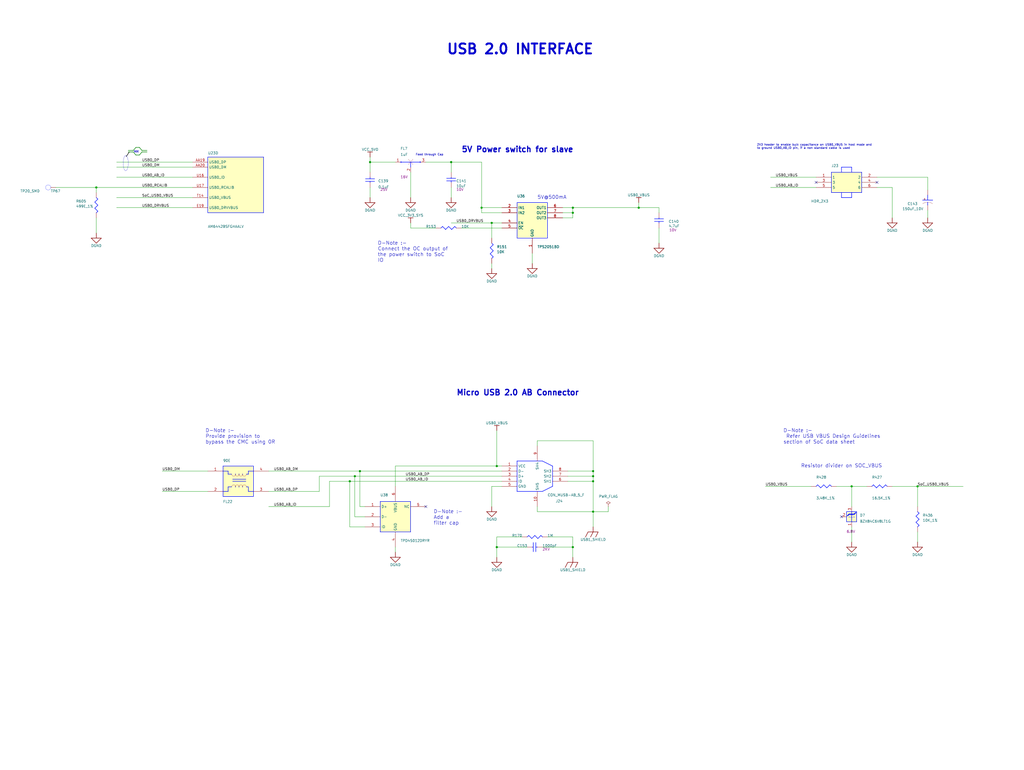
<source format=kicad_sch>
(kicad_sch (version 20231120) (generator "eeschema") (generator_version "8.0")
  (paper "User" 513.08 386.08)
  (junction (at 177.8 238.76))
  (junction (at 297.18 238.76))
  (junction (at 248.92 233.68))
  (junction (at 246.38 111.76))
  (junction (at 248.92 274.32))
  (junction (at 297.18 236.22))
  (junction (at 241.3 104.14))
  (junction (at 185.42 81.28))
  (junction (at 297.18 256.54))
  (junction (at 459.74 243.84))
  (junction (at 48.26 93.98))
  (junction (at 320.04 104.14))
  (junction (at 226.06 81.28))
  (junction (at 180.34 236.22))
  (junction (at 287.02 104.14))
  (junction (at 287.02 274.32))
  (junction (at 426.72 243.84))
  (junction (at 297.18 241.3))
  (junction (at 287.02 106.68))
  (junction (at 175.26 241.3))
  (no_connect (at 213.36 254))
  (no_connect (at 421.64 259.08))
  (no_connect (at 408.94 91.44))
  (no_connect (at 439.42 91.44))
  (wire (pts (xy 447.04 109.22) (xy 447.04 93.98)))
  (wire (pts (xy 160.02 246.38) (xy 134.62 246.38)))
  (wire (pts (xy 185.42 86.36) (xy 185.42 81.28)))
  (polyline (pts (xy 64.262 75.438) (xy 66.802 75.438)) (stroke (width 0.254) (type solid) (color 0 130 0 1)))
  (wire (pts (xy 287.02 104.14) (xy 281.94 104.14)))
  (polyline (pts (xy 66.802 75.438) (xy 68.072 73.914)) (stroke (width 0.254) (type solid) (color 0 130 0 1)))
  (wire (pts (xy 246.38 111.76) (xy 251.46 111.76)))
  (wire (pts (xy 241.3 106.68) (xy 251.46 106.68)))
  (wire (pts (xy 205.74 114.3) (xy 205.74 111.76)))
  (wire (pts (xy 246.38 243.84) (xy 251.46 243.84)))
  (wire (pts (xy 182.88 259.08) (xy 177.8 259.08)))
  (wire (pts (xy 248.92 274.32) (xy 248.92 279.4)))
  (polyline (pts (xy 71.12 76.2) (xy 69.85 77.724)) (stroke (width 0.254) (type solid) (color 0 130 0 1)))
  (wire (pts (xy 447.04 243.84) (xy 459.74 243.84)))
  (wire (pts (xy 297.18 264.16) (xy 297.18 256.54)))
  (wire (pts (xy 297.18 236.22) (xy 297.18 220.98)))
  (wire (pts (xy 96.52 104.14) (xy 58.42 104.14)))
  (wire (pts (xy 297.18 220.98) (xy 269.24 220.98)))
  (wire (pts (xy 464.82 109.22) (xy 464.82 105.41)))
  (wire (pts (xy 48.26 96.52) (xy 48.26 93.98)))
  (wire (pts (xy 459.74 254) (xy 459.74 243.84)))
  (wire (pts (xy 182.88 264.16) (xy 175.26 264.16)))
  (wire (pts (xy 320.04 104.14) (xy 287.02 104.14)))
  (wire (pts (xy 406.4 243.84) (xy 383.54 243.84)))
  (wire (pts (xy 304.8 256.54) (xy 297.18 256.54)))
  (wire (pts (xy 419.1 243.84) (xy 426.72 243.84)))
  (wire (pts (xy 246.38 254) (xy 246.38 243.84)))
  (wire (pts (xy 297.18 241.3) (xy 284.48 241.3)))
  (wire (pts (xy 226.06 99.06) (xy 226.06 93.98)))
  (wire (pts (xy 304.8 254) (xy 304.8 256.54)))
  (wire (pts (xy 426.72 271.78) (xy 426.72 264.16)))
  (polyline (pts (xy 68.072 77.724) (xy 69.85 77.724)) (stroke (width 0.254) (type solid) (color 0 130 0 1)))
  (wire (pts (xy 287.02 106.68) (xy 287.02 109.22)))
  (wire (pts (xy 297.18 238.76) (xy 284.48 238.76)))
  (wire (pts (xy 269.24 220.98) (xy 269.24 223.52)))
  (wire (pts (xy 287.02 104.14) (xy 287.02 106.68)))
  (wire (pts (xy 205.74 86.36) (xy 205.74 99.06)))
  (wire (pts (xy 185.42 99.06) (xy 185.42 93.98)))
  (wire (pts (xy 165.1 254) (xy 165.1 241.3)))
  (wire (pts (xy 269.24 256.54) (xy 269.24 254)))
  (wire (pts (xy 408.94 93.98) (xy 386.08 93.98)))
  (wire (pts (xy 330.2 121.92) (xy 330.2 114.3)))
  (wire (pts (xy 96.52 88.9) (xy 58.42 88.9)))
  (wire (pts (xy 226.06 86.36) (xy 226.06 81.28)))
  (wire (pts (xy 287.02 109.22) (xy 281.94 109.22)))
  (wire (pts (xy 182.88 254) (xy 180.34 254)))
  (wire (pts (xy 96.52 81.28) (xy 58.42 81.28)))
  (wire (pts (xy 330.2 106.68) (xy 330.2 104.14)))
  (wire (pts (xy 241.3 104.14) (xy 241.3 106.68)))
  (wire (pts (xy 297.18 238.76) (xy 297.18 236.22)))
  (wire (pts (xy 177.8 238.76) (xy 160.02 238.76)))
  (wire (pts (xy 213.36 81.28) (xy 226.06 81.28)))
  (wire (pts (xy 464.82 88.9) (xy 439.42 88.9)))
  (wire (pts (xy 27.94 93.98) (xy 48.26 93.98)))
  (wire (pts (xy 165.1 241.3) (xy 175.26 241.3)))
  (wire (pts (xy 320.04 104.14) (xy 320.04 101.6)))
  (wire (pts (xy 198.12 276.86) (xy 198.12 274.32)))
  (wire (pts (xy 134.62 236.22) (xy 180.34 236.22)))
  (wire (pts (xy 185.42 81.28) (xy 198.12 81.28)))
  (wire (pts (xy 297.18 256.54) (xy 297.18 241.3)))
  (wire (pts (xy 248.92 233.68) (xy 251.46 233.68)))
  (wire (pts (xy 426.72 243.84) (xy 434.34 243.84)))
  (wire (pts (xy 218.44 114.3) (xy 205.74 114.3)))
  (wire (pts (xy 251.46 238.76) (xy 177.8 238.76)))
  (wire (pts (xy 297.18 241.3) (xy 297.18 238.76)))
  (wire (pts (xy 261.62 269.24) (xy 248.92 269.24)))
  (wire (pts (xy 226.06 111.76) (xy 246.38 111.76)))
  (wire (pts (xy 287.02 269.24) (xy 274.32 269.24)))
  (wire (pts (xy 287.02 106.68) (xy 281.94 106.68)))
  (wire (pts (xy 287.02 279.4) (xy 287.02 274.32)))
  (wire (pts (xy 96.52 83.82) (xy 58.42 83.82)))
  (wire (pts (xy 180.34 236.22) (xy 251.46 236.22)))
  (wire (pts (xy 408.94 88.9) (xy 386.08 88.9)))
  (wire (pts (xy 48.26 109.22) (xy 48.26 116.84)))
  (wire (pts (xy 198.12 233.68) (xy 248.92 233.68)))
  (wire (pts (xy 459.74 243.84) (xy 482.6 243.84)))
  (wire (pts (xy 198.12 243.84) (xy 198.12 233.68)))
  (wire (pts (xy 175.26 241.3) (xy 251.46 241.3)))
  (polyline (pts (xy 68.072 73.914) (xy 69.85 73.914)) (stroke (width 0.254) (type solid) (color 0 130 0 1)))
  (wire (pts (xy 160.02 238.76) (xy 160.02 246.38)))
  (wire (pts (xy 447.04 93.98) (xy 439.42 93.98)))
  (wire (pts (xy 266.7 132.08) (xy 266.7 127)))
  (polyline (pts (xy 71.12 75.438) (xy 69.85 73.914)) (stroke (width 0.254) (type solid) (color 0 130 0 1)))
  (polyline (pts (xy 73.66 76.2) (xy 71.12 76.2)) (stroke (width 0.254) (type solid) (color 0 130 0 1)))
  (wire (pts (xy 226.06 81.28) (xy 241.3 81.28)))
  (polyline (pts (xy 73.66 75.438) (xy 71.12 75.438)) (stroke (width 0.254) (type solid) (color 0 130 0 1)))
  (wire (pts (xy 134.62 254) (xy 165.1 254)))
  (wire (pts (xy 246.38 119.38) (xy 246.38 111.76)))
  (wire (pts (xy 297.18 256.54) (xy 269.24 256.54)))
  (wire (pts (xy 180.34 254) (xy 180.34 236.22)))
  (wire (pts (xy 248.92 269.24) (xy 248.92 274.32)))
  (wire (pts (xy 48.26 93.98) (xy 96.52 93.98)))
  (wire (pts (xy 287.02 274.32) (xy 271.78 274.32)))
  (wire (pts (xy 264.16 274.32) (xy 248.92 274.32)))
  (polyline (pts (xy 64.262 76.2) (xy 66.802 76.2)) (stroke (width 0.254) (type solid) (color 0 130 0 1)))
  (wire (pts (xy 251.46 114.3) (xy 231.14 114.3)))
  (wire (pts (xy 287.02 274.32) (xy 287.02 269.24)))
  (wire (pts (xy 330.2 104.14) (xy 320.04 104.14)))
  (wire (pts (xy 177.8 259.08) (xy 177.8 238.76)))
  (wire (pts (xy 459.74 271.78) (xy 459.74 266.7)))
  (wire (pts (xy 241.3 81.28) (xy 241.3 104.14)))
  (wire (pts (xy 104.14 246.38) (xy 81.28 246.38)))
  (polyline (pts (xy 63.246 78.486) (xy 64.77 76.2)) (stroke (width 0.254) (type solid) (color 0 0 0 1)))
  (wire (pts (xy 248.92 233.68) (xy 248.92 215.9)))
  (wire (pts (xy 251.46 104.14) (xy 241.3 104.14)))
  (wire (pts (xy 426.72 254) (xy 426.72 243.84)))
  (wire (pts (xy 246.38 134.62) (xy 246.38 132.08)))
  (wire (pts (xy 464.82 95.25) (xy 464.82 88.9)))
  (polyline (pts (xy 66.802 76.2) (xy 68.072 77.724)) (stroke (width 0.254) (type solid) (color 0 130 0 1)))
  (wire (pts (xy 96.52 99.06) (xy 58.42 99.06)))
  (wire (pts (xy 175.26 264.16) (xy 175.26 241.3)))
  (wire (pts (xy 185.42 81.28) (xy 185.42 78.74)))
  (wire (pts (xy 104.14 236.22) (xy 81.28 236.22)))
  (wire (pts (xy 297.18 236.22) (xy 284.48 236.22)))
  (bezier (pts (xy 62.992 85.598) (xy 63.6934 85.598) (xy 64.262 83.8922) (xy 64.262 81.788)) (stroke (width 0.0254)))
  (bezier (pts (xy 62.992 77.978) (xy 62.2905 77.978) (xy 61.722 79.6837) (xy 61.722 81.788)) (stroke (width 0.0254)))
  (bezier (pts (xy 61.722 81.788) (xy 61.722 83.8922) (xy 62.2905 85.598) (xy 62.992 85.598)) (stroke (width 0.0254)))
  (bezier (pts (xy 64.262 81.788) (xy 64.262 79.6837) (xy 63.6934 77.978) (xy 62.992 77.978)) (stroke (width 0.0254)))
  (text_box "D-Note :-\nProvide provision to\nbypass the CMC using 0R" (at 149.352 224.028 0) (size -47.752 -10.668) (stroke (width -0.0001) (color 0 0 0 1)) (effects (font (size 1.778 1.778)) (justify left top)))
  (text_box "D-Note :-\n Refer USB VBUS Design Guidelines\nsection of SoC data sheet" (at 459.232 224.028 0) (size -68.072 -10.668) (stroke (width -0.0001) (color 0 0 0 1)) (effects (font (size 1.778 1.778)) (justify left top)))
  (text_box "2X3 header to enable bulk capacitance on USB0_VBUS in host mode and\nto ground USB0_AB_ID pin, if a non standard cable is used" (at 464.058 75.184 0) (size -85.598 -4.064) (stroke (width -0.0001) (color 0 0 0 1)) (effects (font (size 1.016 1.016)) (justify left top)))
  (text_box "D-Note :-\nConnect the OC output of\nthe power switch to SoC\nIO" (at 237.744 133.604 0) (size -49.784 -14.224) (stroke (width -0.0001) (color 0 0 0 1)) (effects (font (size 1.778 1.778)) (justify left top)))
  (text_box "D-Note :-\nAdd a\nfilter cap" (at 237.236 264.668 0) (size -21.336 -10.668) (stroke (width -0.0001) (color 0 0 0 1)) (effects (font (size 1.778 1.778)) (justify left top)))
  (text "5V Power switch for slave" (at 231.14 76.708 0) (effects (font (size 2.794 2.794) (bold yes)) (justify left bottom)))
  (text "Feed through Cap" (at 208.28 78.232 0) (effects (font (size 1.016 1.016)) (justify left bottom)))
  (text "USB 2.0 INTERFACE" (at 223.52 27.686 0) (effects (font (size 4.953 4.953) (bold yes)) (justify left bottom)))
  (text "Micro USB 2.0 AB Connector" (at 228.6 198.628 0) (effects (font (size 2.794 2.794) (bold yes)) (justify left bottom)))
  (text "5V@500mA" (at 269.24 100.076 0) (effects (font (size 1.778 1.778)) (justify left bottom)))
  (text "Resistor divider on SOC_VBUS" (at 401.32 234.696 0) (effects (font (size 1.778 1.778)) (justify left bottom)))
  (text "90E" (at 67.056 76.708 0) (effects (font (size 0.889 0.889)) (justify left bottom)))
  (label "USB0_DP" (at 71.12 81.28 0))
  (label "SoC_USB0_VBUS" (at 459.74 243.84 0))
  (label "USB0_AB_ID" (at 203.2 241.3 0))
  (label "USB0_RCALIB" (at 71.12 93.98 0))
  (label "SoC_USB0_VBUS" (at 71.12 99.06 0))
  (label "USB0_AB_ID" (at 137.16 254 0))
  (label "USB0_DRVBUS" (at 71.12 104.14 0))
  (label "USB0_DM" (at 71.12 83.82 0))
  (label "USB0_DRVBUS" (at 228.6 111.76 0))
  (label "USB0_DM" (at 81.28 236.22 0))
  (label "USB0_DP" (at 81.28 246.38 0))
  (label "USB0_VBUS" (at 383.54 243.84 0))
  (label "USB0_AB_DM" (at 137.16 236.22 0))
  (label "USB0_AB_DP" (at 137.16 246.38 0))
  (label "USB0_AB_ID" (at 71.12 88.9 0))
  (label "USB0_AB_ID" (at 388.62 93.98 0))
  (label "USB0_AB_DP" (at 203.2 238.76 0))
  (label "USB0_VBUS" (at 388.62 88.9 0))
  (symbol (lib_id "25-altium-import:VCC_3V3_SYS_BAR") (at 205.74 111.76 180) (unit 1)
    (property "Reference" "#PWR?" (effects (hide yes)))
    (property "Value" "VCC_3V3_SYS" (at 205.74 107.95 0))
  )
  (symbol (lib_id "25-altium-import:root_1_RESISTOR_Dup6") (at 220.98 116.84 0) (unit 1)
    (property "Reference" "R153" (at 213.36 114.3 0) (effects (justify left bottom)))
    (property "Value" "10K" (at 231.14 114.3 0) (effects (justify left bottom)))
    (property "Footprint" "RES0402_0-5" (effects (hide yes)))
    (property "Description" "RES 10K 1/16W 5% 0402" (effects (hide yes)))
    (property "MECHANICAL 3D STEP FILE" "RES0402_0-5" (effects (hide yes)))
    (property "CUSTOM_DUTY" "15%" (effects (hide yes)))
    (property "CUSTOMS_HS_CODE" "85332119" (effects (hide yes)))
    (property "CHKD/DATE" "VASANTHA/061216" (effects (hide yes)))
    (property "CRTD /DATE" "MAZHAR/230805" (effects (hide yes)))
    (property "DATASHEET" "Y~{:}MIS_DATABAS~{E}DATASHEET~{S}RESISTOR~{S}RCXXXXL-SER_MAR18.PDF" (effects (hide yes)))
    (property "TEMPERATURE" "-55癈+155癈" (effects (hide yes)))
    (property "WEIGHT" "0.65mg" (effects (hide yes)))
    (property "HEIGHT" "0.40MM" (effects (hide yes)))
    (property "DISTRIBUTOR_PART_NUMBER" "311-10KJRCT-ND" (effects (hide yes)))
    (property "DISTRIBUTOR_NAME" "DIGIKEY" (effects (hide yes)))
    (property "PACKAGE" "0402" (effects (hide yes)))
    (property "WATTAGE" "1/16W" (effects (hide yes)))
    (property "VOLTAGE" "NA" (effects (hide yes)))
    (property "TOLERANCE" "5%" (effects (hide yes)))
    (property "PART_TYPE" "RESISTOR~{S}FIXED" (effects (hide yes)))
    (property "MFR_PART_NUMBER" "RC0402JR-0710KL" (effects (hide yes)))
    (property "MFR_NAME" "YAGEO AMERICA" (effects (hide yes)))
    (property "PROJECT" "HSE" (effects (hide yes)))
    (property "MISTRAL PART NO" "110011060021-R" (effects (hide yes)))
    (property "LIBRARY REF" "RESISTOR" (effects (hide yes)))
    (property "FOOTPRINT REF" "RES0402_0-5" (effects (hide yes)))
    (property "LIBRARY PATH" "Y~{:}MIS_DATABAS~{E}Librar~{y}ALTIUM_TOO~{L}SCHEMATICS_PART~{S}MS_DISCRETE_Library.schlib" (effects (hide yes)))
    (property "FOOTPRINT PATH" "Y~{:}MIS_DATABAS~{E}Librar~{y}ALTIUM_TOO~{L}PCB_FOOTPRINT~{S}Altium_Footprint_Lib.PcbLib" (effects (hide yes)))
    (property "PCB FOOTPRINT" "RES0402_0-5" (effects (hide yes)))
  )
  (symbol (lib_id "25-altium-import:root_0_RESISTOR_Dup6") (at 45.72 99.06 0) (unit 1)
    (property "Reference" "R605" (at 38.1 101.6 0) (effects (justify left bottom)))
    (property "Value" "499E_1%" (at 38.1 104.14 0) (effects (justify left bottom)))
    (property "Footprint" "RES0402_0-5" (effects (hide yes)))
    (property "Description" "RES 499E 1/16W 1% 0402" (effects (hide yes)))
    (property "PCB FOOTPRINT" "RES0402_0-5" (effects (hide yes)))
    (property "FOOTPRINT PATH" "Y~{:}MIS_DATABAS~{E}Librar~{y}ALTIUM_TOO~{L}PCB_FOOTPRINT~{S}Altium_Footprint_Lib.PcbLib" (effects (hide yes)))
    (property "LIBRARY PATH" "Y~{:}MIS_DATABAS~{E}Librar~{y}ALTIUM_TOO~{L}SCHEMATICS_PART~{S}MS_DISCRETE_Library.schlib" (effects (hide yes)))
    (property "MECHANICAL 3D STEP FILE" "RES0402_0-5" (effects (hide yes)))
    (property "CUSTOM_DUTY" "15%" (effects (hide yes)))
    (property "CUSTOMS_HS_CODE" "85332119" (effects (hide yes)))
    (property "CHKD/DATE" "MANIRAJA/051020" (effects (hide yes)))
    (property "CRTD /DATE" "ALVY/051020" (effects (hide yes)))
    (property "DATASHEET" "Y~{:}MIS_DATABAS~{E}DATASHEET~{S}RESISTOR~{S}RCXXXXL-SER_MAR18.PDF" (effects (hide yes)))
    (property "TEMPERATURE" "-55癈+155癈" (effects (hide yes)))
    (property "WEIGHT" "0.65mg" (effects (hide yes)))
    (property "HEIGHT" "0.40MM" (effects (hide yes)))
    (property "FOOTPRINT REF" "RES0402_0-5" (effects (hide yes)))
    (property "LIBRARY REF" "RESISTOR" (effects (hide yes)))
    (property "DISTRIBUTOR_PART_NUMBER" "311-499LRCT-ND" (effects (hide yes)))
    (property "DISTRIBUTOR_NAME" "DIGIKEY" (effects (hide yes)))
    (property "PACKAGE" "0402" (effects (hide yes)))
    (property "WATTAGE" "1/16W" (effects (hide yes)))
    (property "VOLTAGE" "NA" (effects (hide yes)))
    (property "TOLERANCE" "1%" (effects (hide yes)))
    (property "PART_TYPE" "RESISTOR~{S}FIXED" (effects (hide yes)))
    (property "MFR_PART_NUMBER" "RC0402FR-07499RL" (effects (hide yes)))
    (property "MFR_NAME" "YAGEO AMERICA" (effects (hide yes)))
    (property "PROJECT" "AM64XX_EVM" (effects (hide yes)))
    (property "MISTRAL PART NO" "110020080006-R" (effects (hide yes)))
  )
  (symbol (lib_id "25-altium-import:root_1_CAP_Dup3") (at 266.7 276.86 0) (unit 1)
    (property "Reference" "C153" (at 259.08 274.32 0) (effects (justify left bottom)))
    (property "Value" "1000pF" (at 271.78 274.32 0) (effects (justify left bottom)))
    (property "Footprint" "CAP1206_1-75" (effects (hide yes)))
    (property "Description" "CAP CERAMIC 1000pF 2KV 10% X7R 1206" (effects (hide yes)))
    (property "PCB FOOTPRINT" "CAP1206_1-75" (effects (hide yes)))
    (property "CUSTOM_DUTY" "15%" (effects (hide yes)))
    (property "CUSTOMS_HS_CODE" "85322990" (effects (hide yes)))
    (property "CHKD/DATE" "SHREESHAIL/291106" (effects (hide yes)))
    (property "CRTD /DATE" "MAZHAR/281106" (effects (hide yes)))
    (property "DATASHEET" "Y~{:}MIS_DATABAS~{E}DATASHEET~{S}CAPACITOR~{S}AVX_HV-MLC.PDF" (effects (hide yes)))
    (property "TEMPERATURE" "-55癈+125癈" (effects (hide yes)))
    (property "WEIGHT" "16.2mg" (effects (hide yes)))
    (property "HEIGHT" "1.52MM" (effects (hide yes)))
    (property "DISTRIBUTOR_PART_NUMBER" "478-2956-1-ND" (effects (hide yes)))
    (property "DISTRIBUTOR_NAME" "DIGIKEY" (effects (hide yes)))
    (property "PACKAGE" "1206" (effects (hide yes)))
    (property "VOLTAGE" "2KV" (at 271.78 276.098 0) (effects (justify left bottom)))
    (property "TOLERANCE" "10%" (effects (hide yes)))
    (property "PART_TYPE" "CAPACITOR~{S}CERAMIC" (effects (hide yes)))
    (property "MFR_PART_NUMBER" "1206GC102KAT1A" (effects (hide yes)))
    (property "MFR_NAME" "AVX CORPORATION" (effects (hide yes)))
    (property "PROJECT" "ADR1B" (effects (hide yes)))
    (property "MISTRAL PART NO" "120015080006-R" (effects (hide yes)))
    (property "LIBRARY REF" "CAP" (effects (hide yes)))
    (property "FOOTPRINT REF" "CAP1206_1-75" (effects (hide yes)))
    (property "LIBRARY PATH" "Y~{:}MIS_DATABAS~{E}Librar~{y}ALTIUM_TOO~{L}SCHEMATICS_PART~{S}MS_DISCRETE_Library.schlib" (effects (hide yes)))
    (property "FOOTPRINT PATH" "Y~{:}MIS_DATABAS~{E}Librar~{y}ALTIUM_TOO~{L}PCB_FOOTPRINT~{S}Altium_Footprint_Lib.PcbLib" (effects (hide yes)))
    (property "WATTAGE" "NA" (effects (hide yes)))
    (property "MECHANICAL 3D STEP FILE" "CAP1206_1-75" (effects (hide yes)))
  )
  (symbol (lib_id "25-altium-import:root_0_TPS2051BD_SOIC8") (at 259.08 101.6 0) (unit 1)
    (property "Reference" "U36" (at 259.08 99.06 0) (effects (justify left bottom)))
    (property "Value" "TPS2051BD" (at 269.24 124.46 0) (effects (justify left bottom)))
    (property "Footprint" "SOIC8_1-8" (effects (hide yes)))
    (property "Description" "IC POWER DISTRIBUTION SWITCH SOIC8" (effects (hide yes)))
    (property "CUSTOM_DUTY" "15%" (effects (hide yes)))
    (property "CUSTOMS_HS_CODE" "85423100" (effects (hide yes)))
    (property "CHKD/DATE" "NAVEED/150714" (effects (hide yes)))
    (property "CRTD /DATE" "VASANTHA/190614" (effects (hide yes)))
    (property "DATASHEET" "Y~{:}MIS_DATABAS~{E}DATASHEET~{S}MIS~{C}REGULATOR~{S}TPS2051BDBVR.PDF" (effects (hide yes)))
    (property "TEMPERATURE" "-40癈+125癈" (effects (hide yes)))
    (property "WEIGHT" "72.6mg" (effects (hide yes)))
    (property "HEIGHT" "1.75MM" (effects (hide yes)))
    (property "DISTRIBUTOR_PART_NUMBER" "296-26911-5-ND" (effects (hide yes)))
    (property "DISTRIBUTOR_NAME" "DIGIKEY" (effects (hide yes)))
    (property "PACKAGE" "SOIC8" (effects (hide yes)))
    (property "WATTAGE" "NA" (effects (hide yes)))
    (property "VOLTAGE" "NA" (effects (hide yes)))
    (property "TOLERANCE" "NA" (effects (hide yes)))
    (property "PART_TYPE" "IC~{S}POWER" (effects (hide yes)))
    (property "MFR_PART_NUMBER" "TPS2051BD" (effects (hide yes)))
    (property "MFR_NAME" "TEXAS INSTRUMENTS" (effects (hide yes)))
    (property "PROJECT" "AEGIS_POM" (effects (hide yes)))
    (property "MISTRAL PART NO" "142014060011-R" (effects (hide yes)))
    (property "LIBRARY REF" "TPS2051BD_SOIC8" (effects (hide yes)))
    (property "FOOTPRINT REF" "SOIC8_1-8" (effects (hide yes)))
    (property "MECHANICAL 3D STEP FILE" "SOIC8_1-8" (effects (hide yes)))
    (property "LIBRARY PATH" "Y~{:}MIS_DATABAS~{E}Librar~{y}ALTIUM_TOO~{L}SCHEMATICS_PART~{S}MS_MISCPOWER_Library.schlib" (effects (hide yes)))
    (property "FOOTPRINT PATH" "Y~{:}MIS_DATABAS~{E}Librar~{y}ALTIUM_TOO~{L}PCB_FOOTPRINT~{S}Altium_Footprint_Lib.PcbLib" (effects (hide yes)))
    (property "PCB FOOTPRINT" "SOIC8_1-8" (effects (hide yes)))
  )
  (symbol (lib_id "25-altium-import:root_0_mirrored_CAP_POL_Dup1") (at 467.36 97.79 0) (unit 1)
    (property "Reference" "C143" (at 454.66 102.87 0) (effects (justify left bottom)))
    (property "Value" "150uF_10V" (at 452.12 105.41 0) (effects (justify left bottom)))
    (property "Footprint" "CAPT7343D_3-25" (effects (hide yes)))
    (property "Description" "CAP TANTALUM 150uF 10V 10% ESR 0.9E D7343" (effects (hide yes)))
    (property "FOOTPRINT PATH" "Y~{:}MIS_DATABAS~{E}Librar~{y}ALTIUM_TOO~{L}PCB_FOOTPRINT~{S}Altium_Footprint_Lib.PcbLib" (effects (hide yes)))
    (property "LIBRARY PATH" "Y~{:}MIS_DATABAS~{E}Librar~{y}ALTIUM_TOO~{L}SCHEMATICS_PART~{S}MS_DISCRETE_Library.schlib" (effects (hide yes)))
    (property "FOOTPRINT REF" "CAPT7343D_3-25" (effects (hide yes)))
    (property "MECHANICAL 3D STEP FILE" "CAPT7343D_3-25" (effects (hide yes)))
    (property "CUSTOM_DUTY" "15%" (effects (hide yes)))
    (property "CUSTOMS_HS_CODE" "85322990" (effects (hide yes)))
    (property "CHKD/DATE" "MANIRAJA/240118" (effects (hide yes)))
    (property "CRTD /DATE" "MANIRAJA/240118" (effects (hide yes)))
    (property "DATASHEET" "Y~{:}MIS_DATABAS~{E}DATASHEET~{S}CAPACITOR~{S}AVX-TAJ-SER.PDF" (effects (hide yes)))
    (property "TEMPERATURE" "-55癈+125癈" (effects (hide yes)))
    (property "WEIGHT" "670mg" (effects (hide yes)))
    (property "HEIGHT" "3.10MM" (effects (hide yes)))
    (property "DISTRIBUTOR_PART_NUMBER" "478-11241-1-ND" (effects (hide yes)))
    (property "DISTRIBUTOR_NAME" "DIGIKEY" (effects (hide yes)))
    (property "PACKAGE" "D7343" (effects (hide yes)))
    (property "WATTAGE" "NA" (effects (hide yes)))
    (property "VOLTAGE" "10V" (effects (hide yes)))
    (property "TOLERANCE" "10%" (effects (hide yes)))
    (property "PART_TYPE" "CAPACITOR~{S}TANTALUM" (effects (hide yes)))
    (property "MFR_PART_NUMBER" "TAJD157K010TNJV" (effects (hide yes)))
    (property "MFR_NAME" "AVX CORPORATION" (effects (hide yes)))
    (property "PROJECT" "TI_MAXIE_CPB" (effects (hide yes)))
    (property "MISTRAL PART NO" "120018010025-R" (effects (hide yes)))
    (property "LIBRARY REF" "CAP_POL" (effects (hide yes)))
    (property "PCB FOOTPRINT" "CAPT7343D_3-25" (effects (hide yes)))
  )
  (symbol (lib_id "25-altium-import:DGND_SIGNAL_GROUND") (at 48.26 116.84 0) (unit 1)
    (property "Reference" "#PWR?" (effects (hide yes)))
    (property "Value" "DGND" (at 48.26 123.19 0))
  )
  (symbol (lib_id "25-altium-import:DGND_SIGNAL_GROUND") (at 198.12 276.86 0) (unit 1)
    (property "Reference" "#PWR?" (effects (hide yes)))
    (property "Value" "DGND" (at 198.12 283.21 0))
  )
  (symbol (lib_id "25-altium-import:root_0_FILTER_NFM") (at 200.66 78.74 0) (unit 1)
    (property "Reference" "FL7" (at 200.66 75.184 0) (effects (justify left bottom)))
    (property "Value" "1uF" (at 200.66 78.232 0) (effects (justify left bottom)))
    (property "Footprint" "FILT3_NFM21PC_0805_1" (effects (hide yes)))
    (property "Description" "PASSIVE FILTER EMI 1uF 16V 0805" (effects (hide yes)))
    (property "FOOTPRINT REF" "FILT3_NFM21PC_0805_1" (effects (hide yes)))
    (property "MISTRAL PART NO" "130016030041-R" (effects (hide yes)))
    (property "PROJECT" "RCI_DLS_PS" (effects (hide yes)))
    (property "MFR_NAME" "MURATA" (effects (hide yes)))
    (property "MFR_PART_NUMBER" "NFM21PC105B1C3D" (effects (hide yes)))
    (property "PART_TYPE" "FILTER" (effects (hide yes)))
    (property "TOLERANCE" "NA" (effects (hide yes)))
    (property "VOLTAGE" "16V" (at 200.66 89.408 0) (effects (justify left bottom)))
    (property "WATTAGE" "NA" (effects (hide yes)))
    (property "PACKAGE" "0805" (effects (hide yes)))
    (property "DISTRIBUTOR_NAME" "DIGIKEY" (effects (hide yes)))
    (property "DISTRIBUTOR_PART_NUMBER" "490-3912-1-ND" (effects (hide yes)))
    (property "LIBRARY REF" "FILTER_NFM" (effects (hide yes)))
    (property "PCB FOOTPRINT" "FILT3_NFM21PC_0805_1" (effects (hide yes)))
    (property "HEIGHT" "0.95MM" (effects (hide yes)))
    (property "WEIGHT" "12mg" (effects (hide yes)))
    (property "TEMPERATURE" "-40癈+85癈" (effects (hide yes)))
    (property "DATASHEET" "Y~{:}MIS_DATABAS~{E}DATASHEET~{S}DISCRETE~{S}INDUCTOR~{S}NFM21PC105B1C3.PDF" (effects (hide yes)))
    (property "CRTD /DATE" "JEBRAN/220316" (effects (hide yes)))
    (property "CHKD/DATE" "VASANTHA/140416" (effects (hide yes)))
    (property "CUSTOMS_HS_CODE" "85412900" (effects (hide yes)))
    (property "CUSTOM_DUTY" "15%" (effects (hide yes)))
    (property "MECHANICAL 3D STEP FILE" "FILT3_NFM21PC_0805_1" (effects (hide yes)))
    (property "LIBRARY PATH" "Y~{:}MIS_DATABAS~{E}Librar~{y}ALTIUM_TOO~{L}SCHEMATICS_PART~{S}MS_FILTER_Library.schlib" (effects (hide yes)))
    (property "FOOTPRINT PATH" "Y~{:}MIS_DATABAS~{E}Librar~{y}ALTIUM_TOO~{L}PCB_FOOTPRINT~{S}Altium_Footprint_Lib.PcbLib" (effects (hide yes)))
  )
  (symbol (lib_id "25-altium-import:root_3_mirrored_CON_USB_MINI-AB_10") (at 259.08 231.14 0) (unit 1)
    (property "Reference" "J24" (at 278.384 251.968 0) (effects (justify left bottom)))
    (property "Value" "CON_MUSB-AB_5_F" (at 274.32 248.92 0) (effects (justify left bottom)))
    (property "Footprint" "CON_USBAB5_ZX62RD-AB-5P8_S_R_S_3-2" (effects (hide yes)))
    (property "Description" "CON MICRO USB-AB TYPE 5POS FEMALE RT SMD" (effects (hide yes)))
    (property "FOOTPRINT PATH" "Y~{:}MIS_DATABAS~{E}Librar~{y}ALTIUM_TOO~{L}PCB_FOOTPRINT~{S}Altium_Footprint_Lib.PcbLib" (effects (hide yes)))
    (property "LIBRARY PATH" "Y~{:}MIS_DATABAS~{E}Librar~{y}ALTIUM_TOO~{L}SCHEMATICS_PART~{S}MS_CONNECTOR_Library.schlib" (effects (hide yes)))
    (property "MECHANICAL 3D STEP FILE" "CON_USBAB5_ZX62RD-AB-5P8_S_R_S_3-2" (effects (hide yes)))
    (property "CUSTOM_DUTY" "24%" (effects (hide yes)))
    (property "CUSTOMS_HS_CODE" "85369090" (effects (hide yes)))
    (property "CHKD/DATE" "MANIRAJA/150620" (effects (hide yes)))
    (property "CRTD /DATE" "MUDDU/090410" (effects (hide yes)))
    (property "DATASHEET" "Y~{:}MIS_DATABAS~{E}DATASHEET~{S}CONNECTOR~{S}ZX62RD-AB-5P8.PDF" (effects (hide yes)))
    (property "TEMPERATURE" "-30癈+85癈" (effects (hide yes)))
    (property "WEIGHT" "NA" (effects (hide yes)))
    (property "HEIGHT" "3.15MM" (effects (hide yes)))
    (property "LIBRARY REF" "CON_USB_MINI-AB_10" (effects (hide yes)))
    (property "DISTRIBUTOR_PART_NUMBER" "H125777CT-ND" (effects (hide yes)))
    (property "DISTRIBUTOR_NAME" "DIGIKEY" (effects (hide yes)))
    (property "PACKAGE" "SMD" (effects (hide yes)))
    (property "WATTAGE" "NA" (effects (hide yes)))
    (property "VOLTAGE" "NA" (effects (hide yes)))
    (property "TOLERANCE" "NA" (effects (hide yes)))
    (property "PART_TYPE" "CONNECTO~{R}USB" (effects (hide yes)))
    (property "MFR_PART_NUMBER" "ZX62RD-AB-5P8(30)" (effects (hide yes)))
    (property "MFR_NAME" "HRS" (effects (hide yes)))
    (property "PROJECT" "ESEE" (effects (hide yes)))
    (property "MISTRAL PART NO" "150010040003-R" (effects (hide yes)))
    (property "FOOTPRINT REF" "CON_USBAB5_ZX62RD-AB-5P8_S_R_S_3-2" (effects (hide yes)))
    (property "PCB FOOTPRINT" "CON_USBAB5_ZX62RD-AB-5P8_S_R_S_3-2" (effects (hide yes)))
  )
  (symbol (lib_id "25-altium-import:DGND_SIGNAL_GROUND") (at 226.06 99.06 0) (unit 1)
    (property "Reference" "#PWR?" (effects (hide yes)))
    (property "Value" "DGND" (at 226.06 105.41 0))
  )
  (symbol (lib_id "25-altium-import:DGND_SIGNAL_GROUND") (at 464.82 109.22 0) (unit 1)
    (property "Reference" "#PWR?" (effects (hide yes)))
    (property "Value" "DGND" (at 464.82 115.57 0))
  )
  (symbol (lib_id "25-altium-import:root_2_CAP_Dup3") (at 187.96 91.44 0) (unit 1)
    (property "Reference" "C139" (at 189.484 91.44 0) (effects (justify left bottom)))
    (property "Value" "0.1uF" (at 189.484 94.488 0) (effects (justify left bottom)))
    (property "Footprint" "CAP0402_0-75" (effects (hide yes)))
    (property "Description" "CAP CERAMIC 0.1uF 25V 20% X5R 0402" (effects (hide yes)))
    (property "PCB FOOTPRINT" "CAP0402_0-75" (effects (hide yes)))
    (property "ALT_MFR_PART_NUMBER" "CC0402KRX5R8BB104" (effects (hide yes)))
    (property "MISTRAL PART NO" "120020080003-R" (effects (hide yes)))
    (property "PROJECT" "AM64x_EVM_BRD" (effects (hide yes)))
    (property "MFR_NAME" "WURTH ELECTRONICS" (effects (hide yes)))
    (property "MFR_PART_NUMBER" "885012105018" (effects (hide yes)))
    (property "PART_TYPE" "CAPACITOR~{S}CERAMIC" (effects (hide yes)))
    (property "TOLERANCE" "20%" (effects (hide yes)))
    (property "VOLTAGE" "25V" (at 190.5 95.758 0) (effects (justify left bottom)))
    (property "WATTAGE" "NA" (effects (hide yes)))
    (property "PACKAGE" "0402" (effects (hide yes)))
    (property "DISTRIBUTOR_NAME" "DIGIKEY" (effects (hide yes)))
    (property "DISTRIBUTOR_PART_NUMBER" "732-7495-1-ND" (effects (hide yes)))
    (property "HEIGHT" "0.55MM" (effects (hide yes)))
    (property "WEIGHT" "0.65mg" (effects (hide yes)))
    (property "TEMPERATURE" "-55癈+85癈" (effects (hide yes)))
    (property "DATASHEET" "Y~{:}MIS_DATABAS~{E}DATASHEET~{S}CAPACITOR~{S}885012105018.PDF" (effects (hide yes)))
    (property "CRTD /DATE" "ALVY/170820" (effects (hide yes)))
    (property "CHKD/DATE" "MANIRAJA/170820" (effects (hide yes)))
    (property "CUSTOMS_HS_CODE" "85322990" (effects (hide yes)))
    (property "CUSTOM_DUTY" "15%" (effects (hide yes)))
    (property "MECHANICAL 3D STEP FILE" "CAP0402_0-75" (effects (hide yes)))
    (property "LIBRARY REF" "CAP" (effects (hide yes)))
    (property "FOOTPRINT REF" "CAP0402_0-75" (effects (hide yes)))
    (property "LIBRARY PATH" "Y~{:}MIS_DATABAS~{E}Librar~{y}ALTIUM_TOO~{L}SCHEMATICS_PART~{S}MS_DISCRETE_Library.schlib" (effects (hide yes)))
    (property "FOOTPRINT PATH" "Y~{:}MIS_DATABAS~{E}Librar~{y}ALTIUM_TOO~{L}PCB_FOOTPRINT~{S}Altium_Footprint_Lib.PcbLib" (effects (hide yes)))
    (property "ALT_MFR_NAME" "YAGEO AMERICA" (effects (hide yes)))
  )
  (symbol (lib_id "25-altium-import:root_1_RESISTOR_Dup1") (at 436.88 246.38 0) (unit 1)
    (property "Reference" "R427" (at 436.88 240.03 0) (effects (justify left bottom)))
    (property "Value" "16.5K_1%" (at 436.88 250.444 0) (effects (justify left bottom)))
    (property "Footprint" "RES0402_0-5" (effects (hide yes)))
    (property "Description" "RES 16.5K 1/16W 1% 0402" (effects (hide yes)))
    (property "FOOTPRINT PATH" "Y~{:}MIS_DATABAS~{E}Librar~{y}ALTIUM_TOO~{L}PCB_FOOTPRINT~{S}Altium_Footprint_Lib.PcbLib" (effects (hide yes)))
    (property "LIBRARY PATH" "Y~{:}MIS_DATABAS~{E}Librar~{y}ALTIUM_TOO~{L}SCHEMATICS_PART~{S}MS_DISCRETE_Library.schlib" (effects (hide yes)))
    (property "MECHANICAL 3D STEP FILE" "RES0402_0-5" (effects (hide yes)))
    (property "CUSTOM_DUTY" "15%" (effects (hide yes)))
    (property "CUSTOMS_HS_CODE" "85332119" (effects (hide yes)))
    (property "CHKD/DATE" "ALVY/091220" (effects (hide yes)))
    (property "CRTD /DATE" "MANIRAJA/091220" (effects (hide yes)))
    (property "DATASHEET" "Y~{:}MIS_DATABAS~{E}DATASHEET~{S}RESISTOR~{S}RCXXXXL-SER_MAR18.PDF" (effects (hide yes)))
    (property "TEMPERATURE" "-55癈+155癈" (effects (hide yes)))
    (property "WEIGHT" "0.65mg" (effects (hide yes)))
    (property "HEIGHT" "0.40MM" (effects (hide yes)))
    (property "LIBRARY REF" "RESISTOR" (effects (hide yes)))
    (property "DISTRIBUTOR_PART_NUMBER" "YAG3002CT-ND" (effects (hide yes)))
    (property "DISTRIBUTOR_NAME" "DIGIKEY" (effects (hide yes)))
    (property "PACKAGE" "0402" (effects (hide yes)))
    (property "WATTAGE" "1/16W" (effects (hide yes)))
    (property "VOLTAGE" "NA" (effects (hide yes)))
    (property "TOLERANCE" "1%" (effects (hide yes)))
    (property "PART_TYPE" "RESISTOR~{S}FIXED" (effects (hide yes)))
    (property "MFR_PART_NUMBER" "RC0402FR-0716K5L" (effects (hide yes)))
    (property "MFR_NAME" "YAGEO AMERICA" (effects (hide yes)))
    (property "PROJECT" "TI_AM243x LP EVM" (effects (hide yes)))
    (property "MISTRAL PART NO" "110020120011-R" (effects (hide yes)))
    (property "FOOTPRINT REF" "RES0402_0-5" (effects (hide yes)))
    (property "PCB FOOTPRINT" "RES0402_0-5" (effects (hide yes)))
  )
  (symbol (lib_id "25-altium-import:root_0_RESISTOR_Dup6") (at 457.2 256.54 0) (unit 1)
    (property "Reference" "R436" (at 462.28 259.08 0) (effects (justify left bottom)))
    (property "Value" "10K_1%" (at 462.28 261.62 0) (effects (justify left bottom)))
    (property "Footprint" "RES0402_0-5" (effects (hide yes)))
    (property "Description" "RES 10K 1/16W 1% 0402" (effects (hide yes)))
    (property "CUSTOM_DUTY" "15%" (effects (hide yes)))
    (property "CUSTOMS_HS_CODE" "85332119" (effects (hide yes)))
    (property "CHKD/DATE" "VASANTHA/201216" (effects (hide yes)))
    (property "CRTD /DATE" "GEETHA/290506" (effects (hide yes)))
    (property "DATASHEET" "Y~{:}MIS_DATABAS~{E}DATASHEET~{S}RESISTOR~{S}RCXXXXL-SER_MAR18.PDF" (effects (hide yes)))
    (property "TEMPERATURE" "-55癈+155癈" (effects (hide yes)))
    (property "WEIGHT" "0.65mg" (effects (hide yes)))
    (property "HEIGHT" "0.40MM" (effects (hide yes)))
    (property "DISTRIBUTOR_PART_NUMBER" "311-10.0KLRTR-ND" (effects (hide yes)))
    (property "DISTRIBUTOR_NAME" "DIGIKEY" (effects (hide yes)))
    (property "PACKAGE" "0402" (effects (hide yes)))
    (property "WATTAGE" "1/16W" (effects (hide yes)))
    (property "VOLTAGE" "NA" (effects (hide yes)))
    (property "TOLERANCE" "1%" (effects (hide yes)))
    (property "PART_TYPE" "RESISTOR~{S}FIXED" (effects (hide yes)))
    (property "MFR_PART_NUMBER" "RC0402FR-0710KL" (effects (hide yes)))
    (property "MFR_NAME" "YAGEO AMERICA" (effects (hide yes)))
    (property "PROJECT" "VOCERA" (effects (hide yes)))
    (property "MISTRAL PART NO" "110015090015-R" (effects (hide yes)))
    (property "MECHANICAL 3D STEP FILE" "RES0402_0-5" (effects (hide yes)))
    (property "LIBRARY REF" "RESISTOR" (effects (hide yes)))
    (property "FOOTPRINT REF" "RES0402_0-5" (effects (hide yes)))
    (property "LIBRARY PATH" "Y~{:}MIS_DATABAS~{E}Librar~{y}ALTIUM_TOO~{L}SCHEMATICS_PART~{S}MS_DISCRETE_Library.schlib" (effects (hide yes)))
    (property "FOOTPRINT PATH" "Y~{:}MIS_DATABAS~{E}Librar~{y}ALTIUM_TOO~{L}PCB_FOOTPRINT~{S}Altium_Footprint_Lib.PcbLib" (effects (hide yes)))
    (property "PCB FOOTPRINT" "RES0402_0-5" (effects (hide yes)))
  )
  (symbol (lib_id "25-altium-import:USB1_SHIELD_EARTH") (at 297.18 264.16 0) (unit 1)
    (property "Reference" "#PWR?" (effects (hide yes)))
    (property "Value" "USB1_SHIELD" (at 297.18 270.51 0))
  )
  (symbol (lib_id "25-altium-import:VCC_5V0_BAR") (at 185.42 78.74 180) (unit 1)
    (property "Reference" "#PWR?" (effects (hide yes)))
    (property "Value" "VCC_5V0" (at 185.42 74.93 0))
  )
  (symbol (lib_id "25-altium-import:root_1_RESISTOR_Dup1") (at 408.94 246.38 0) (unit 1)
    (property "Reference" "R428" (at 408.94 240.03 0) (effects (justify left bottom)))
    (property "Value" "3.48K_1%" (at 408.94 250.444 0) (effects (justify left bottom)))
    (property "Footprint" "RES0402_0-5" (effects (hide yes)))
    (property "Description" "RES 3.48K 1/16W 1% 0402" (effects (hide yes)))
    (property "FOOTPRINT PATH" "Y~{:}MIS_DATABAS~{E}Librar~{y}ALTIUM_TOO~{L}PCB_FOOTPRINT~{S}Altium_Footprint_Lib.PcbLib" (effects (hide yes)))
    (property "LIBRARY PATH" "Y~{:}MIS_DATABAS~{E}Librar~{y}ALTIUM_TOO~{L}SCHEMATICS_PART~{S}MS_DISCRETE_Library.schlib" (effects (hide yes)))
    (property "MECHANICAL 3D STEP FILE" "RES0402_0-5" (effects (hide yes)))
    (property "CUSTOM_DUTY" "15%" (effects (hide yes)))
    (property "CUSTOMS_HS_CODE" "85332119" (effects (hide yes)))
    (property "CHKD/DATE" "ALVY/091220" (effects (hide yes)))
    (property "CRTD /DATE" "MANIRAJA/091220" (effects (hide yes)))
    (property "DATASHEET" "Y~{:}MIS_DATABAS~{E}DATASHEET~{S}RESISTOR~{S}RCXXXXL-SER_MAR18.PDF" (effects (hide yes)))
    (property "TEMPERATURE" "-55癈+155癈" (effects (hide yes)))
    (property "WEIGHT" "0.65mg" (effects (hide yes)))
    (property "HEIGHT" "0.40MM" (effects (hide yes)))
    (property "LIBRARY REF" "RESISTOR" (effects (hide yes)))
    (property "DISTRIBUTOR_PART_NUMBER" "YAG3148CT-ND" (effects (hide yes)))
    (property "DISTRIBUTOR_NAME" "DIGIKEY" (effects (hide yes)))
    (property "PACKAGE" "0402" (effects (hide yes)))
    (property "WATTAGE" "1/16W" (effects (hide yes)))
    (property "VOLTAGE" "NA" (effects (hide yes)))
    (property "TOLERANCE" "1%" (effects (hide yes)))
    (property "PART_TYPE" "RESISTOR~{S}FIXED" (effects (hide yes)))
    (property "MFR_PART_NUMBER" "RC0402FR-073K48L" (effects (hide yes)))
    (property "MFR_NAME" "YAGEO AMERICA" (effects (hide yes)))
    (property "PROJECT" "TI_AM243x LP EVM" (effects (hide yes)))
    (property "MISTRAL PART NO" "110019120035-R" (effects (hide yes)))
    (property "FOOTPRINT REF" "RES0402_0-5" (effects (hide yes)))
    (property "PCB FOOTPRINT" "RES0402_0-5" (effects (hide yes)))
  )
  (symbol (lib_id "25-altium-import:DGND_SIGNAL_GROUND") (at 330.2 121.92 0) (unit 1)
    (property "Reference" "#PWR?" (effects (hide yes)))
    (property "Value" "DGND" (at 330.2 128.27 0))
  )
  (symbol (lib_id "25-altium-import:USB1_SHIELD_EARTH") (at 287.02 279.4 0) (unit 1)
    (property "Reference" "#PWR?" (effects (hide yes)))
    (property "Value" "USB1_SHIELD" (at 287.02 285.75 0))
  )
  (symbol (lib_id "25-altium-import:root_0_XAM6442BSFGGAALV_BGA441") (at 104.14 78.74 0) (unit 4)
    (property "Reference" "U23" (at 104.14 77.47 0) (effects (justify left bottom)))
    (property "Value" "AM6442BSFGHAALV" (at 104.14 114.3 0) (effects (justify left bottom)))
    (property "Footprint" "FCBGA441_31-49_680X680_2-6" (effects (hide yes)))
    (property "Description" "IC AM64x SoC MICROPROCESSOR BGA441" (effects (hide yes)))
    (property "FOOTPRINT PATH" "Y~{:}MIS_DATABAS~{E}Librar~{y}ALTIUM_TOO~{L}PCB_FOOTPRINT~{S}Altium_Footprint_Lib.PcbLib" (effects (hide yes)))
    (property "LIBRARY PATH" "Y~{:}MIS_DATABAS~{E}Librar~{y}ALTIUM_TOO~{L}SCHEMATICS_PART~{S}MS_MICROPROCESSOR_Library.schlib" (effects (hide yes)))
    (property "MECHANICAL 3D STEP FILE" "FCBGA441_31-49_680X680_2-6" (effects (hide yes)))
    (property "CUSTOM_DUTY" "15%" (effects (hide yes)))
    (property "CUSTOMS_HS_CODE" "85423100" (effects (hide yes)))
    (property "ROHS" "NA" (effects (hide yes)))
    (property "CHKD/DATE" "ALVY/300322" (effects (hide yes)))
    (property "CRTD /DATE" "ALVY/300322" (effects (hide yes)))
    (property "DATASHEET" "Y~{:}MIS_DATABAS~{E}DATASHEET~{S}IC~{S}DIGITA~{L}MICROCONTROLLE~{R}AM64-SoC_SVB.PDF" (effects (hide yes)))
    (property "TEMPERATURE" "NA" (effects (hide yes)))
    (property "WEIGHT" "NA" (effects (hide yes)))
    (property "HEIGHT" "2.57MM" (effects (hide yes)))
    (property "LIBRARY REF" "XAM6442BSFGGAALV_BGA441" (effects (hide yes)))
    (property "DISTRIBUTOR_PART_NUMBER" "NA" (effects (hide yes)))
    (property "DISTRIBUTOR_NAME" "NA" (effects (hide yes)))
    (property "PACKAGE" "BGA441" (effects (hide yes)))
    (property "WATTAGE" "NA" (effects (hide yes)))
    (property "VOLTAGE" "NA" (effects (hide yes)))
    (property "TOLERANCE" "NA" (effects (hide yes)))
    (property "PART_TYPE" "IC~{S}DIGITA~{L}MICROPROCESSOR" (effects (hide yes)))
    (property "MFR_PART_NUMBER" "AM6442BSFGHAALV" (effects (hide yes)))
    (property "MFR_NAME" "TEXAS INSTRUMENTS" (effects (hide yes)))
    (property "PROJECT" "AM64x-GP_EVM BRD" (effects (hide yes)))
    (property "MISTRAL PART NO" "141220080002" (effects (hide yes)))
    (property "FOOTPRINT REF" "FCBGA441_31-49_680X680_2-6" (effects (hide yes)))
    (property "PCB FOOTPRINT" "FCBGA441_31-49_680X680_2-6" (effects (hide yes)))
  )
  (symbol (lib_id "25-altium-import:DGND_SIGNAL_GROUND") (at 426.72 271.78 0) (unit 1)
    (property "Reference" "#PWR?" (effects (hide yes)))
    (property "Value" "DGND" (at 426.72 278.13 0))
  )
  (symbol (lib_id "25-altium-import:DGND_SIGNAL_GROUND") (at 447.04 109.22 0) (unit 1)
    (property "Reference" "#PWR?" (effects (hide yes)))
    (property "Value" "DGND" (at 447.04 115.57 0))
  )
  (symbol (lib_id "25-altium-import:root_1_RESISTOR_Dup6") (at 264.16 271.78 0) (unit 1)
    (property "Reference" "R170" (at 256.54 269.24 0) (effects (justify left bottom)))
    (property "Value" "1M" (at 274.32 269.24 0) (effects (justify left bottom)))
    (property "Footprint" "RES0603_0-75" (effects (hide yes)))
    (property "Description" "RES 1M 1/10W 5% 0603" (effects (hide yes)))
    (property "FOOTPRINT PATH" "Y~{:}MIS_DATABAS~{E}Librar~{y}ALTIUM_TOO~{L}PCB_FOOTPRINT~{S}Altium_Footprint_Lib.PcbLib" (effects (hide yes)))
    (property "LIBRARY PATH" "Y~{:}MIS_DATABAS~{E}Librar~{y}ALTIUM_TOO~{L}SCHEMATICS_PART~{S}MS_DISCRETE_Library.schlib" (effects (hide yes)))
    (property "FOOTPRINT REF" "RES0603_0-75" (effects (hide yes)))
    (property "LIBRARY REF" "RESISTOR" (effects (hide yes)))
    (property "MISTRAL PART NO" "110009030413-R" (effects (hide yes)))
    (property "PROJECT" "BSN" (effects (hide yes)))
    (property "MFR_NAME" "PANASONIC-ECG" (effects (hide yes)))
    (property "MFR_PART_NUMBER" "ERJ-3GEYJ105V" (effects (hide yes)))
    (property "PART_TYPE" "RESISTOR~{S}FIXED" (effects (hide yes)))
    (property "TOLERANCE" "5%" (effects (hide yes)))
    (property "VOLTAGE" "NA" (effects (hide yes)))
    (property "WATTAGE" "1/10W" (effects (hide yes)))
    (property "PACKAGE" "0603" (effects (hide yes)))
    (property "DISTRIBUTOR_NAME" "DIGIKEY" (effects (hide yes)))
    (property "DISTRIBUTOR_PART_NUMBER" "P1.0MGCT-ND" (effects (hide yes)))
    (property "HEIGHT" "0.55MM" (effects (hide yes)))
    (property "WEIGHT" "2mg" (effects (hide yes)))
    (property "TEMPERATURE" "-55癈+155癈" (effects (hide yes)))
    (property "DATASHEET" "Y~{:}MIS_DATABAS~{E}DATASHEET~{S}RESISTOR~{S}PAN-ERJSER_NOV17.PDF" (effects (hide yes)))
    (property "CRTD /DATE" "USMAN/111207" (effects (hide yes)))
    (property "CHKD/DATE" "VASANTHA/060217" (effects (hide yes)))
    (property "CUSTOMS_HS_CODE" "85332119" (effects (hide yes)))
    (property "CUSTOM_DUTY" "15%" (effects (hide yes)))
    (property "MECHANICAL 3D STEP FILE" "RES0603_0-75" (effects (hide yes)))
    (property "PCB FOOTPRINT" "RES0603_0-75" (effects (hide yes)))
  )
  (symbol (lib_id "25-altium-import:root_0_CAP_Dup3") (at 327.66 109.22 0) (unit 1)
    (property "Reference" "C140" (at 335.026 111.76 0) (effects (justify left bottom)))
    (property "Value" "4.7uF" (at 335.026 114.046 0) (effects (justify left bottom)))
    (property "Footprint" "CAP0402_0-75" (effects (hide yes)))
    (property "Description" "CAP CERAMIC 4.7uF 10V 20% X5R 0402" (effects (hide yes)))
    (property "PCB FOOTPRINT" "CAP0402_0-75" (effects (hide yes)))
    (property "FOOTPRINT PATH" "Y~{:}MIS_DATABAS~{E}Librar~{y}ALTIUM_TOO~{L}PCB_FOOTPRINT~{S}Altium_Footprint_Lib.PcbLib" (effects (hide yes)))
    (property "LIBRARY PATH" "Y~{:}MIS_DATABAS~{E}Librar~{y}ALTIUM_TOO~{L}SCHEMATICS_PART~{S}MS_DISCRETE_Library.schlib" (effects (hide yes)))
    (property "FOOTPRINT REF" "CAP0402_0-75" (effects (hide yes)))
    (property "MISTRAL PART NO" "120012060002-R" (effects (hide yes)))
    (property "PROJECT" "TI_MAXIE_CPB" (effects (hide yes)))
    (property "MFR_NAME" "AVX CORPORATION" (effects (hide yes)))
    (property "MFR_PART_NUMBER" "0402ZD475MAT2A" (effects (hide yes)))
    (property "PART_TYPE" "CAPACITOR~{S}CERAMIC" (effects (hide yes)))
    (property "TOLERANCE" "20%" (effects (hide yes)))
    (property "VOLTAGE" "10V" (at 335.28 116.078 0) (effects (justify left bottom)))
    (property "WATTAGE" "NA" (effects (hide yes)))
    (property "PACKAGE" "0402" (effects (hide yes)))
    (property "DISTRIBUTOR_NAME" "DIGIKEY" (effects (hide yes)))
    (property "DISTRIBUTOR_PART_NUMBER" "478-10791-1-ND" (effects (hide yes)))
    (property "HEIGHT" "0.71MM" (effects (hide yes)))
    (property "WEIGHT" "0.65mg" (effects (hide yes)))
    (property "TEMPERATURE" "-55癈+85癈" (effects (hide yes)))
    (property "DATASHEET" "Y~{:}MIS_DATABAS~{E}DATASHEET~{S}CAPACITOR~{S}AVX_MLC.PDF" (effects (hide yes)))
    (property "CRTD /DATE" "MANIRAJA/230118" (effects (hide yes)))
    (property "CHKD/DATE" "MANIRAJA/230118" (effects (hide yes)))
    (property "CUSTOMS_HS_CODE" "85322990" (effects (hide yes)))
    (property "CUSTOM_DUTY" "15%" (effects (hide yes)))
    (property "MECHANICAL 3D STEP FILE" "CAP0402_0-75" (effects (hide yes)))
    (property "LIBRARY REF" "CAP" (effects (hide yes)))
  )
  (symbol (lib_id "25-altium-import:DGND_SIGNAL_GROUND") (at 246.38 134.62 0) (unit 1)
    (property "Reference" "#PWR?" (effects (hide yes)))
    (property "Value" "DGND" (at 246.38 140.97 0))
  )
  (symbol (lib_id "25-altium-import:DGND_SIGNAL_GROUND") (at 246.38 254 0) (unit 1)
    (property "Reference" "#PWR?" (effects (hide yes)))
    (property "Value" "DGND" (at 246.38 260.35 0))
  )
  (symbol (lib_id "25-altium-import:DGND_SIGNAL_GROUND") (at 266.7 132.08 0) (unit 1)
    (property "Reference" "#PWR?" (effects (hide yes)))
    (property "Value" "DGND" (at 266.7 138.43 0))
  )
  (symbol (lib_id "25-altium-import:USB0_VBUS_BAR") (at 248.92 215.9 180) (unit 1)
    (property "Reference" "#PWR?" (effects (hide yes)))
    (property "Value" "USB0_VBUS" (at 248.92 212.09 0))
  )
  (symbol (lib_id "25-altium-import:root_3_mirrored_EMIFILTER_ACM") (at 111.76 233.68 0) (unit 1)
    (property "Reference" "FL22" (at 111.76 252.222 0) (effects (justify left bottom)))
    (property "Value" "90E" (at 111.76 231.648 0) (effects (justify left bottom)))
    (property "Footprint" "IND4_ACM2012_90X50_SMD_1-3" (effects (hide yes)))
    (property "Description" "PASSIVE FILTER COMMON MODE 90E 400mA SMD" (effects (hide yes)))
    (property "MECHANICAL 3D STEP FILE" "IND4_ACM2012_90X50_SMD_1-3" (effects (hide yes)))
    (property "TEMPERATURE" "-40癈+85癈" (effects (hide yes)))
    (property "WEIGHT" "5.5mg" (effects (hide yes)))
    (property "LIBRARY REF" "EMIFILTER_ACM" (effects (hide yes)))
    (property "WATTAGE" "NA" (effects (hide yes)))
    (property "VOLTAGE" "NA" (effects (hide yes)))
    (property "TOLERANCE" "NA" (effects (hide yes)))
    (property "MISTRAL PART NO" "130009030803-R" (effects (hide yes)))
    (property "PROJECT" "SMART VIEW_NVR" (effects (hide yes)))
    (property "MFR_NAME" "TDK CORPORATION" (effects (hide yes)))
    (property "MFR_PART_NUMBER" "ACM2012-900-2P-T002" (effects (hide yes)))
    (property "PART_TYPE" "FILTER" (effects (hide yes)))
    (property "PACKAGE" "SMD" (effects (hide yes)))
    (property "DISTRIBUTOR_NAME" "DIGIKEY" (effects (hide yes)))
    (property "DISTRIBUTOR_PART_NUMBER" "445-2207-1-ND" (effects (hide yes)))
    (property "HEIGHT" "1.30MM" (effects (hide yes)))
    (property "DATASHEET" "Y~{:}MIS_DATABAS~{E}DATASHEET~{S}IC~{S}MIS~{C}ACM2012-SER.PDF" (effects (hide yes)))
    (property "CRTD /DATE" "MAZHAR/270907" (effects (hide yes)))
    (property "CHKD/DATE" "MANIRAJA/130218" (effects (hide yes)))
    (property "CUSTOMS_HS_CODE" "85437099" (effects (hide yes)))
    (property "CUSTOM_DUTY" "24%" (effects (hide yes)))
    (property "PCB FOOTPRINT" "IND4_ACM2012_90X50_SMD_1-3" (effects (hide yes)))
  )
  (symbol (lib_id "25-altium-import:DGND_SIGNAL_GROUND") (at 248.92 279.4 0) (unit 1)
    (property "Reference" "#PWR?" (effects (hide yes)))
    (property "Value" "DGND" (at 248.92 285.75 0))
  )
  (symbol (lib_id "25-altium-import:root_0_HEADER_3X2") (at 416.56 83.82 0) (unit 1)
    (property "Reference" "J23" (at 416.56 83.82 0) (effects (justify left bottom)))
    (property "Value" "HDR_2X3" (at 406.4 101.6 0) (effects (justify left bottom)))
    (property "Footprint" "CON_3X2_SM_2MM" (effects (hide yes)))
    (property "Description" "CON HDR 2X3 2.54MM PITCH ST TH" (effects (hide yes)))
    (property "OCT OPTION" "G" (effects (hide yes)))
    (property "LIBRARY REF" "HEADER_3X2" (effects (hide yes)))
    (property "MECHANICAL 3D STEP FILE" "HDR_2X3_TSW-103-07-D_S_T_8-4" (effects (hide yes)))
    (property "CUSTOM_DUTY" "24%" (effects (hide yes)))
    (property "CUSTOMS_HS_CODE" "85369090" (effects (hide yes)))
    (property "CHKD/DATE" "MANIRAJA/230118" (effects (hide yes)))
    (property "CRTD /DATE" "MANIRAJA/220118" (effects (hide yes)))
    (property "DATASHEET" "Y~{:}MIS_DATABAS~{E}DATASHEET~{S}CONNECTOR~{S}TSW-MK.PDF" (effects (hide yes)))
    (property "TEMPERATURE" "-55癈+105癈" (effects (hide yes)))
    (property "WEIGHT" "NA" (effects (hide yes)))
    (property "HEIGHT" "8.38MM" (effects (hide yes)))
    (property "DISTRIBUTOR_PART_NUMBER" "SAM1034-03-ND" (effects (hide yes)))
    (property "DISTRIBUTOR_NAME" "DIGIKEY" (effects (hide yes)))
    (property "PACKAGE" "THRU-HOLE" (effects (hide yes)))
    (property "WATTAGE" "NA" (effects (hide yes)))
    (property "VOLTAGE" "NA" (effects (hide yes)))
    (property "TOLERANCE" "NA" (effects (hide yes)))
    (property "PART_TYPE" "CONNECTO~{R}HEADERS" (effects (hide yes)))
    (property "MFR_PART_NUMBER" "TSW-103-07-T-D" (effects (hide yes)))
    (property "MFR_NAME" "SAMTEC" (effects (hide yes)))
    (property "PROJECT" "TI_MAXIE_CPB" (effects (hide yes)))
    (property "MISTRAL PART NO" "150018010019-R" (effects (hide yes)))
    (property "PCB FOOTPRINT" "HDR_2X3_TSW-103-07-D_S_T_8-4" (effects (hide yes)))
  )
  (symbol (lib_id "power:PWR_FLAG") (at 304.8 254 0) (unit 1)
    (property "Reference" "#FLG050" (effects (hide yes)))
    (property "Value" "PWR_FLAG" (at 304.8 248.92 0))
    (property "Description" "Special symbol for telling ERC where power comes from" (effects (hide yes)))
  )
  (symbol (lib_id "25-altium-import:DGND_SIGNAL_GROUND") (at 459.74 271.78 0) (unit 1)
    (property "Reference" "#PWR?" (effects (hide yes)))
    (property "Value" "DGND" (at 459.74 278.13 0))
  )
  (symbol (lib_id "25-altium-import:root_0_TESTPOINT") (at 22.86 91.44 0) (unit 1)
    (property "Reference" "TP67" (at 25.4 96.52 0) (effects (justify left bottom)))
    (property "Value" "TP20_SMD" (at 10.16 96.52 0) (effects (justify left bottom)))
    (property "Footprint" "TP20_SMD" (effects (hide yes)))
    (property "Description" "TESTPOINT CIR 20 SMD" (effects (hide yes)))
    (property "PCB FOOTPRINT" "TP20_SMD" (effects (hide yes)))
    (property "ROHS" "NA" (effects (hide yes)))
    (property "FOOTPRINT REF" "TP20_SMD" (effects (hide yes)))
    (property "LIBRARY REF" "TESTPOINT" (effects (hide yes)))
    (property "FOOTPRINT PATH" "Y~{:}MIS_DATABAS~{E}Librar~{y}ALTIUM_TOO~{L}PCB_FOOTPRINT~{S}Altium_Footprint_Lib.PcbLib" (effects (hide yes)))
    (property "LIBRARY PATH" "Y~{:}MIS_DATABAS~{E}Librar~{y}ALTIUM_TOO~{L}SCHEMATICS_PART~{S}MS_DISCRETE_Library.schlib" (effects (hide yes)))
    (property "MECHANICAL 3D STEP FILE" "NA" (effects (hide yes)))
    (property "DATASHEET" "NA" (effects (hide yes)))
    (property "TEMPERATURE" "NA" (effects (hide yes)))
    (property "WEIGHT" "NA" (effects (hide yes)))
    (property "WATTAGE" "NA" (effects (hide yes)))
    (property "VOLTAGE" "NA" (effects (hide yes)))
    (property "TOLERANCE" "NA" (effects (hide yes)))
    (property "CHKD/DATE" "SHREESHAIL/171006" (effects (hide yes)))
    (property "CRTD /DATE" "MAZHAR/171006" (effects (hide yes)))
    (property "HEIGHT" "NA" (effects (hide yes)))
    (property "DISTRIBUTOR_PART_NUMBER" "NA" (effects (hide yes)))
    (property "DISTRIBUTOR_NAME" "NA" (effects (hide yes)))
    (property "PACKAGE" "SMD" (effects (hide yes)))
    (property "PART_TYPE" "TESTPOINT" (effects (hide yes)))
    (property "MFR_PART_NUMBER" "TP20_SMD" (effects (hide yes)))
    (property "MFR_NAME" "LOCAL" (effects (hide yes)))
    (property "PROJECT" "BT MODULE_CSRBC04" (effects (hide yes)))
    (property "MISTRAL PART NO" "NA" (effects (hide yes)))
    (property "CUSTOMS_HS_CODE" "NA" (effects (hide yes)))
    (property "CUSTOM_DUTY" "NA" (effects (hide yes)))
  )
  (symbol (lib_id "25-altium-import:root_0_RESISTOR_Dup6") (at 243.84 121.92 0) (unit 1)
    (property "Reference" "R151" (at 248.92 124.46 0) (effects (justify left bottom)))
    (property "Value" "10K" (at 248.92 127 0) (effects (justify left bottom)))
    (property "Footprint" "RES0402_0-5" (effects (hide yes)))
    (property "Description" "RES 10K 1/16W 5% 0402" (effects (hide yes)))
    (property "FOOTPRINT PATH" "Y~{:}MIS_DATABAS~{E}Librar~{y}ALTIUM_TOO~{L}PCB_FOOTPRINT~{S}Altium_Footprint_Lib.PcbLib" (effects (hide yes)))
    (property "LIBRARY PATH" "Y~{:}MIS_DATABAS~{E}Librar~{y}ALTIUM_TOO~{L}SCHEMATICS_PART~{S}MS_DISCRETE_Library.schlib" (effects (hide yes)))
    (property "FOOTPRINT REF" "RES0402_0-5" (effects (hide yes)))
    (property "LIBRARY REF" "RESISTOR" (effects (hide yes)))
    (property "MECHANICAL 3D STEP FILE" "RES0402_0-5" (effects (hide yes)))
    (property "CUSTOM_DUTY" "15%" (effects (hide yes)))
    (property "CUSTOMS_HS_CODE" "85332119" (effects (hide yes)))
    (property "CHKD/DATE" "VASANTHA/061216" (effects (hide yes)))
    (property "CRTD /DATE" "MAZHAR/230805" (effects (hide yes)))
    (property "DATASHEET" "Y~{:}MIS_DATABAS~{E}DATASHEET~{S}RESISTOR~{S}RCXXXXL-SER_MAR18.PDF" (effects (hide yes)))
    (property "TEMPERATURE" "-55癈+155癈" (effects (hide yes)))
    (property "WEIGHT" "0.65mg" (effects (hide yes)))
    (property "HEIGHT" "0.40MM" (effects (hide yes)))
    (property "DISTRIBUTOR_PART_NUMBER" "311-10KJRCT-ND" (effects (hide yes)))
    (property "DISTRIBUTOR_NAME" "DIGIKEY" (effects (hide yes)))
    (property "PACKAGE" "0402" (effects (hide yes)))
    (property "WATTAGE" "1/16W" (effects (hide yes)))
    (property "VOLTAGE" "NA" (effects (hide yes)))
    (property "TOLERANCE" "5%" (effects (hide yes)))
    (property "PART_TYPE" "RESISTOR~{S}FIXED" (effects (hide yes)))
    (property "MFR_PART_NUMBER" "RC0402JR-0710KL" (effects (hide yes)))
    (property "MFR_NAME" "YAGEO AMERICA" (effects (hide yes)))
    (property "PROJECT" "HSE" (effects (hide yes)))
    (property "MISTRAL PART NO" "110011060021-R" (effects (hide yes)))
    (property "PCB FOOTPRINT" "RES0402_0-5" (effects (hide yes)))
  )
  (symbol (lib_id "25-altium-import:root_0_TPD4S012DRY_SON6") (at 190.5 251.46 0) (unit 1)
    (property "Reference" "U38" (at 190.5 248.92 0) (effects (justify left bottom)))
    (property "Value" "TPD4S012DRYR" (at 200.66 271.78 0) (effects (justify left bottom)))
    (property "Footprint" "SON6_SN74LVC2G17_40X60_0-6" (effects (hide yes)))
    (property "Description" "IC 4CH ESD SOLUTION FOR USB-HS/USB OTG/USB CHARGER INTERFACE SON6" (effects (hide yes)))
    (property "FOOTPRINT PATH" "Y~{:}MIS_DATABAS~{E}Librar~{y}ALTIUM_TOO~{L}PCB_FOOTPRINT~{S}Altium_Footprint_Lib.PcbLib" (effects (hide yes)))
    (property "LIBRARY PATH" "Y~{:}MIS_DATABAS~{E}Librar~{y}ALTIUM_TOO~{L}SCHEMATICS_PART~{S}MS_MISCINTERFACE_Library.schlib" (effects (hide yes)))
    (property "FOOTPRINT REF" "SON6_SN74LVC2G17_40X60_0-6" (effects (hide yes)))
    (property "LIBRARY REF" "TPD4S012DRY_SON6" (effects (hide yes)))
    (property "MISTRAL PART NO" "141011080022-R" (effects (hide yes)))
    (property "PROJECT" "ACRO_DM3730" (effects (hide yes)))
    (property "MFR_NAME" "TEXAS INSTRUMENTS" (effects (hide yes)))
    (property "MFR_PART_NUMBER" "TPD4S012DRYR" (effects (hide yes)))
    (property "PART_TYPE" "IC~{S}INTERFACE" (effects (hide yes)))
    (property "TOLERANCE" "NA" (effects (hide yes)))
    (property "VOLTAGE" "NA" (effects (hide yes)))
    (property "WATTAGE" "NA" (effects (hide yes)))
    (property "PACKAGE" "SON6" (effects (hide yes)))
    (property "DISTRIBUTOR_NAME" "DIGIKEY" (effects (hide yes)))
    (property "DISTRIBUTOR_PART_NUMBER" "296-24244-1-ND" (effects (hide yes)))
    (property "HEIGHT" "0.60MM" (effects (hide yes)))
    (property "WEIGHT" "3.2mg" (effects (hide yes)))
    (property "TEMPERATURE" "-40癈+85癈" (effects (hide yes)))
    (property "DATASHEET" "Y~{:}MIS_DATABAS~{E}DATASHEET~{S}IC~{S}INTERFAC~{E}TPD4S012DRYR.PDF" (effects (hide yes)))
    (property "CRTD /DATE" "BAVISH/190811" (effects (hide yes)))
    (property "CHKD/DATE" "MANIRAJA/040719" (effects (hide yes)))
    (property "CUSTOMS_HS_CODE" "85423100" (effects (hide yes)))
    (property "CUSTOM_DUTY" "15%" (effects (hide yes)))
    (property "MECHANICAL 3D STEP FILE" "SON6_SN74LVC2G17_40X60_0-6" (effects (hide yes)))
    (property "PCB FOOTPRINT" "SON6_SN74LVC2G17_40X60_0-6" (effects (hide yes)))
  )
  (symbol (lib_id "25-altium-import:USB0_VBUS_BAR") (at 320.04 101.6 180) (unit 1)
    (property "Reference" "#PWR?" (effects (hide yes)))
    (property "Value" "USB0_VBUS" (at 320.04 97.79 0))
  )
  (symbol (lib_id "25-altium-import:root_1_DIODE_ZENER_SOT23_13") (at 424.18 261.62 0) (unit 1)
    (property "Reference" "D7" (at 430.784 259.08 0) (effects (justify left bottom)))
    (property "Value" "BZX84C6V8LT1G" (at 430.784 262.128 0) (effects (justify left bottom)))
    (property "Footprint" "SOT23-123_1-2" (effects (hide yes)))
    (property "Description" "DIODE ZENER 250mW 6.8V SOT23-123" (effects (hide yes)))
    (property "MISTRAL PART NO" "130017100002-R" (effects (hide yes)))
    (property "PROJECT" "TI_MAXIE_CPB" (effects (hide yes)))
    (property "MFR_NAME" "ON SEMICONDUCTOR" (effects (hide yes)))
    (property "MFR_PART_NUMBER" "BZX84C6V8LT1G" (effects (hide yes)))
    (property "PART_TYPE" "DIOD~{E}ZENER" (effects (hide yes)))
    (property "TOLERANCE" "NA" (effects (hide yes)))
    (property "VOLTAGE" "6.8V" (at 424.18 267.208 0) (effects (justify left bottom)))
    (property "WATTAGE" "NA" (effects (hide yes)))
    (property "PACKAGE" "SOT23-123" (effects (hide yes)))
    (property "DISTRIBUTOR_NAME" "DIGIKEY" (effects (hide yes)))
    (property "DISTRIBUTOR_PART_NUMBER" "BZX84C6V8LT1GOSCT-ND" (effects (hide yes)))
    (property "HEIGHT" "1.11MM" (effects (hide yes)))
    (property "WEIGHT" "8mg" (effects (hide yes)))
    (property "TEMPERATURE" "-65癈+150癈" (effects (hide yes)))
    (property "DATASHEET" "Y~{:}MIS_DATABAS~{E}DATASHEET~{S}DISCRETE~{S}DIODE~{S}BZX84XX.PDF" (effects (hide yes)))
    (property "CRTD /DATE" "MANIRAJA/031017" (effects (hide yes)))
    (property "CHKD/DATE" "MANIRAJA/031017" (effects (hide yes)))
    (property "CUSTOMS_HS_CODE" "85412900" (effects (hide yes)))
    (property "CUSTOM_DUTY" "15%" (effects (hide yes)))
    (property "MECHANICAL 3D STEP FILE" "SOT23-123_1-2" (effects (hide yes)))
    (property "LIBRARY REF" "DIODE_ZENER_SOT23_13" (effects (hide yes)))
    (property "PCB FOOTPRINT" "SOT23-123_1-2" (effects (hide yes)))
  )
  (symbol (lib_id "25-altium-import:DGND_SIGNAL_GROUND") (at 205.74 99.06 0) (unit 1)
    (property "Reference" "#PWR?" (effects (hide yes)))
    (property "Value" "DGND" (at 205.74 105.41 0))
  )
  (symbol (lib_id "25-altium-import:root_0_CAP_Dup3") (at 223.52 88.9 0) (unit 1)
    (property "Reference" "C141" (at 228.6 91.44 0) (effects (justify left bottom)))
    (property "Value" "10uF" (at 228.6 93.98 0) (effects (justify left bottom)))
    (property "Footprint" "CAP0402_0-75" (effects (hide yes)))
    (property "Description" "CAP CERAMIC 10uF 10V 20% X5R 0402" (effects (hide yes)))
    (property "PCB FOOTPRINT" "CAP0402_0-75" (effects (hide yes)))
    (property "LIBRARY REF" "CAP" (effects (hide yes)))
    (property "MISTRAL PART NO" "120013110019-R" (effects (hide yes)))
    (property "PROJECT" "QCS610_NANOSOM" (effects (hide yes)))
    (property "MFR_NAME" "MURATA" (effects (hide yes)))
    (property "MFR_PART_NUMBER" "GRM155R61A106ME11D" (effects (hide yes)))
    (property "PART_TYPE" "CAPACITOR~{S}CERAMIC" (effects (hide yes)))
    (property "TOLERANCE" "20%" (effects (hide yes)))
    (property "VOLTAGE" "10V" (at 228.6 95.758 0) (effects (justify left bottom)))
    (property "PACKAGE" "0402" (effects (hide yes)))
    (property "DISTRIBUTOR_NAME" "DIGIKEY" (effects (hide yes)))
    (property "DISTRIBUTOR_PART_NUMBER" "490-GRM155R61A106ME11DTR-ND" (effects (hide yes)))
    (property "HEIGHT" "0.55MM" (effects (hide yes)))
    (property "DATASHEET" "Y~{:}MIS_DATABAS~{E}DATASHEET~{S}CAPACITOR~{S}MURATA-GXX-SER_NOV17.PDF" (effects (hide yes)))
    (property "CRTD /DATE" "ALVY/260520" (effects (hide yes)))
    (property "CHKD/DATE" "MANIRAJA/300520" (effects (hide yes)))
    (property "CUSTOMS_HS_CODE" "85322990" (effects (hide yes)))
    (property "CUSTOM_DUTY" "15%" (effects (hide yes)))
    (property "WATTAGE" "NA" (effects (hide yes)))
    (property "WEIGHT" "3.1mg" (effects (hide yes)))
    (property "TEMPERATURE" "-55癈+85癈" (effects (hide yes)))
    (property "MECHANICAL 3D STEP FILE" "CAP0402_0-75" (effects (hide yes)))
    (property "FOOTPRINT REF" "CAP0402_0-75" (effects (hide yes)))
    (property "LIBRARY PATH" "Y~{:}MIS_DATABAS~{E}Librar~{y}ALTIUM_TOO~{L}SCHEMATICS_PART~{S}MS_DISCRETE_Library.schlib" (effects (hide yes)))
    (property "FOOTPRINT PATH" "Y~{:}MIS_DATABAS~{E}Librar~{y}ALTIUM_TOO~{L}PCB_FOOTPRINT~{S}Altium_Footprint_Lib.PcbLib" (effects (hide yes)))
  )
  (symbol (lib_id "25-altium-import:DGND_SIGNAL_GROUND") (at 185.42 99.06 0) (unit 1)
    (property "Reference" "#PWR?" (effects (hide yes)))
    (property "Value" "DGND" (at 185.42 105.41 0))
  )
)
</source>
